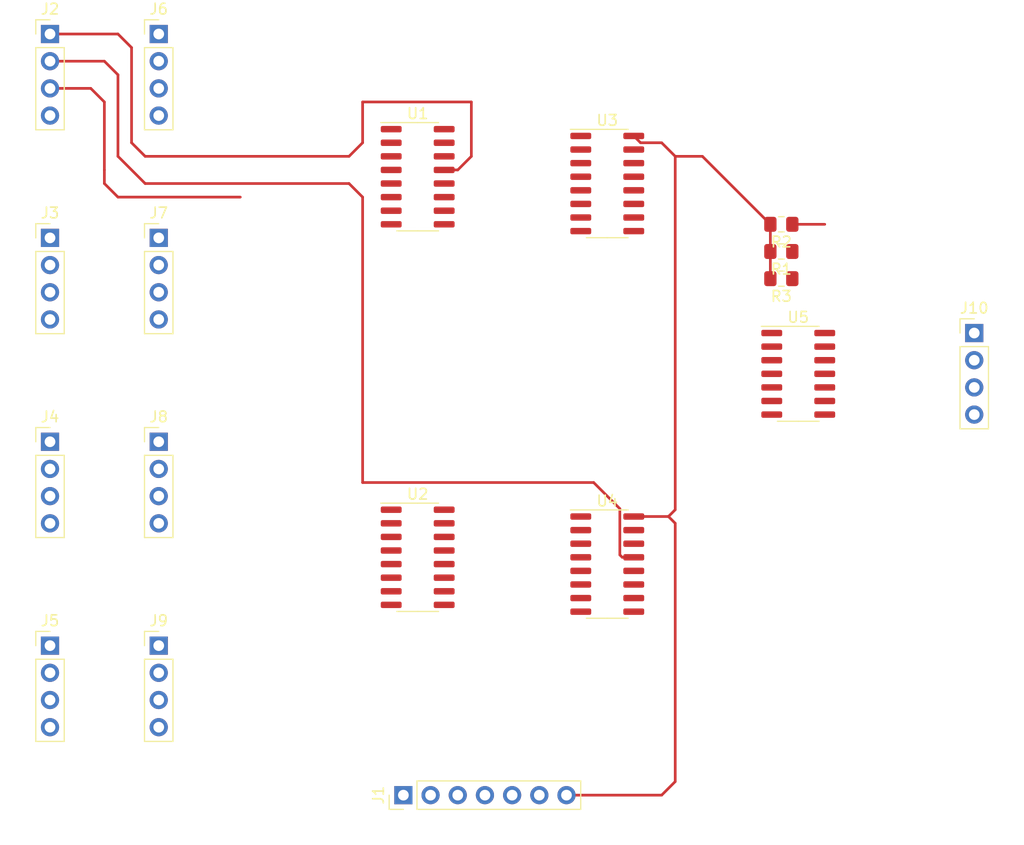
<source format=kicad_pcb>
(kicad_pcb (version 20171130) (host pcbnew "(5.1.4)-1")

  (general
    (thickness 1.6)
    (drawings 0)
    (tracks 44)
    (zones 0)
    (modules 18)
    (nets 51)
  )

  (page A4)
  (layers
    (0 F.Cu signal)
    (31 B.Cu signal)
    (32 B.Adhes user)
    (33 F.Adhes user)
    (34 B.Paste user)
    (35 F.Paste user)
    (36 B.SilkS user)
    (37 F.SilkS user)
    (38 B.Mask user)
    (39 F.Mask user)
    (40 Dwgs.User user)
    (41 Cmts.User user)
    (42 Eco1.User user)
    (43 Eco2.User user)
    (44 Edge.Cuts user)
    (45 Margin user)
    (46 B.CrtYd user)
    (47 F.CrtYd user)
    (48 B.Fab user)
    (49 F.Fab user)
  )

  (setup
    (last_trace_width 0.25)
    (trace_clearance 0.2)
    (zone_clearance 0.508)
    (zone_45_only no)
    (trace_min 0.2)
    (via_size 0.8)
    (via_drill 0.4)
    (via_min_size 0.4)
    (via_min_drill 0.3)
    (uvia_size 0.3)
    (uvia_drill 0.1)
    (uvias_allowed no)
    (uvia_min_size 0.2)
    (uvia_min_drill 0.1)
    (edge_width 0.05)
    (segment_width 0.2)
    (pcb_text_width 0.3)
    (pcb_text_size 1.5 1.5)
    (mod_edge_width 0.12)
    (mod_text_size 1 1)
    (mod_text_width 0.15)
    (pad_size 1.524 1.524)
    (pad_drill 0.762)
    (pad_to_mask_clearance 0.051)
    (solder_mask_min_width 0.25)
    (aux_axis_origin 0 0)
    (visible_elements FFFFFF7F)
    (pcbplotparams
      (layerselection 0x010fc_ffffffff)
      (usegerberextensions false)
      (usegerberattributes false)
      (usegerberadvancedattributes false)
      (creategerberjobfile false)
      (excludeedgelayer true)
      (linewidth 0.100000)
      (plotframeref false)
      (viasonmask false)
      (mode 1)
      (useauxorigin false)
      (hpglpennumber 1)
      (hpglpenspeed 20)
      (hpglpendiameter 15.000000)
      (psnegative false)
      (psa4output false)
      (plotreference true)
      (plotvalue true)
      (plotinvisibletext false)
      (padsonsilk false)
      (subtractmaskfromsilk false)
      (outputformat 1)
      (mirror false)
      (drillshape 1)
      (scaleselection 1)
      (outputdirectory ""))
  )

  (net 0 "")
  (net 1 GND)
  (net 2 /MCLK_EN)
  (net 3 /~SRC_EN)
  (net 4 /S2)
  (net 5 /S1)
  (net 6 /S0)
  (net 7 +3V3)
  (net 8 /LRCLK_0)
  (net 9 /BCLK_0)
  (net 10 /DATA_0)
  (net 11 /MCLK_0)
  (net 12 /MCLK_1)
  (net 13 /DATA_1)
  (net 14 /BCLK_1)
  (net 15 /LRCLK_1)
  (net 16 /LRCLK_2)
  (net 17 /BCLK_2)
  (net 18 /DATA_2)
  (net 19 /MCLK_2)
  (net 20 /MCLK_3)
  (net 21 /DATA_3)
  (net 22 /BCLK_3)
  (net 23 /LRCLK_3)
  (net 24 /LRCLK_4)
  (net 25 /BCLK_4)
  (net 26 /DATA_4)
  (net 27 /MCLK_4)
  (net 28 /MCLK_5)
  (net 29 /DATA_5)
  (net 30 /BCLK_5)
  (net 31 /LRCLK_5)
  (net 32 /LRCLK_6)
  (net 33 /BCLK_6)
  (net 34 /DATA_6)
  (net 35 /MCLK_6)
  (net 36 /MCLK_7)
  (net 37 /DATA_7)
  (net 38 /BCLK_7)
  (net 39 /LRCLK_7)
  (net 40 /LRCLK)
  (net 41 /BCLK)
  (net 42 /DATA)
  (net 43 /MCLK)
  (net 44 "Net-(R1-Pad1)")
  (net 45 "Net-(R2-Pad1)")
  (net 46 "Net-(R3-Pad1)")
  (net 47 "Net-(U1-Pad3)")
  (net 48 "Net-(U2-Pad3)")
  (net 49 "Net-(U3-Pad3)")
  (net 50 "Net-(U4-Pad3)")

  (net_class Default "This is the default net class."
    (clearance 0.2)
    (trace_width 0.25)
    (via_dia 0.8)
    (via_drill 0.4)
    (uvia_dia 0.3)
    (uvia_drill 0.1)
    (add_net +3V3)
    (add_net /BCLK)
    (add_net /BCLK_0)
    (add_net /BCLK_1)
    (add_net /BCLK_2)
    (add_net /BCLK_3)
    (add_net /BCLK_4)
    (add_net /BCLK_5)
    (add_net /BCLK_6)
    (add_net /BCLK_7)
    (add_net /DATA)
    (add_net /DATA_0)
    (add_net /DATA_1)
    (add_net /DATA_2)
    (add_net /DATA_3)
    (add_net /DATA_4)
    (add_net /DATA_5)
    (add_net /DATA_6)
    (add_net /DATA_7)
    (add_net /LRCLK)
    (add_net /LRCLK_0)
    (add_net /LRCLK_1)
    (add_net /LRCLK_2)
    (add_net /LRCLK_3)
    (add_net /LRCLK_4)
    (add_net /LRCLK_5)
    (add_net /LRCLK_6)
    (add_net /LRCLK_7)
    (add_net /MCLK)
    (add_net /MCLK_0)
    (add_net /MCLK_1)
    (add_net /MCLK_2)
    (add_net /MCLK_3)
    (add_net /MCLK_4)
    (add_net /MCLK_5)
    (add_net /MCLK_6)
    (add_net /MCLK_7)
    (add_net /MCLK_EN)
    (add_net /S0)
    (add_net /S1)
    (add_net /S2)
    (add_net /~SRC_EN)
    (add_net GND)
    (add_net "Net-(R1-Pad1)")
    (add_net "Net-(R2-Pad1)")
    (add_net "Net-(R3-Pad1)")
    (add_net "Net-(U1-Pad3)")
    (add_net "Net-(U2-Pad3)")
    (add_net "Net-(U3-Pad3)")
    (add_net "Net-(U4-Pad3)")
  )

  (module Connector_PinHeader_2.54mm:PinHeader_1x04_P2.54mm_Vertical (layer F.Cu) (tedit 59FED5CC) (tstamp 61DF3C26)
    (at 156.21 72.39)
    (descr "Through hole straight pin header, 1x04, 2.54mm pitch, single row")
    (tags "Through hole pin header THT 1x04 2.54mm single row")
    (path /61D89B0E)
    (fp_text reference J10 (at 0 -2.33) (layer F.SilkS)
      (effects (font (size 1 1) (thickness 0.15)))
    )
    (fp_text value Conn_01x04 (at 0 9.95) (layer F.Fab)
      (effects (font (size 1 1) (thickness 0.15)))
    )
    (fp_text user %R (at 0 3.81 90) (layer F.Fab)
      (effects (font (size 1 1) (thickness 0.15)))
    )
    (fp_line (start 1.8 -1.8) (end -1.8 -1.8) (layer F.CrtYd) (width 0.05))
    (fp_line (start 1.8 9.4) (end 1.8 -1.8) (layer F.CrtYd) (width 0.05))
    (fp_line (start -1.8 9.4) (end 1.8 9.4) (layer F.CrtYd) (width 0.05))
    (fp_line (start -1.8 -1.8) (end -1.8 9.4) (layer F.CrtYd) (width 0.05))
    (fp_line (start -1.33 -1.33) (end 0 -1.33) (layer F.SilkS) (width 0.12))
    (fp_line (start -1.33 0) (end -1.33 -1.33) (layer F.SilkS) (width 0.12))
    (fp_line (start -1.33 1.27) (end 1.33 1.27) (layer F.SilkS) (width 0.12))
    (fp_line (start 1.33 1.27) (end 1.33 8.95) (layer F.SilkS) (width 0.12))
    (fp_line (start -1.33 1.27) (end -1.33 8.95) (layer F.SilkS) (width 0.12))
    (fp_line (start -1.33 8.95) (end 1.33 8.95) (layer F.SilkS) (width 0.12))
    (fp_line (start -1.27 -0.635) (end -0.635 -1.27) (layer F.Fab) (width 0.1))
    (fp_line (start -1.27 8.89) (end -1.27 -0.635) (layer F.Fab) (width 0.1))
    (fp_line (start 1.27 8.89) (end -1.27 8.89) (layer F.Fab) (width 0.1))
    (fp_line (start 1.27 -1.27) (end 1.27 8.89) (layer F.Fab) (width 0.1))
    (fp_line (start -0.635 -1.27) (end 1.27 -1.27) (layer F.Fab) (width 0.1))
    (pad 4 thru_hole oval (at 0 7.62) (size 1.7 1.7) (drill 1) (layers *.Cu *.Mask)
      (net 43 /MCLK))
    (pad 3 thru_hole oval (at 0 5.08) (size 1.7 1.7) (drill 1) (layers *.Cu *.Mask)
      (net 42 /DATA))
    (pad 2 thru_hole oval (at 0 2.54) (size 1.7 1.7) (drill 1) (layers *.Cu *.Mask)
      (net 41 /BCLK))
    (pad 1 thru_hole rect (at 0 0) (size 1.7 1.7) (drill 1) (layers *.Cu *.Mask)
      (net 40 /LRCLK))
    (model ${KISYS3DMOD}/Connector_PinHeader_2.54mm.3dshapes/PinHeader_1x04_P2.54mm_Vertical.wrl
      (at (xyz 0 0 0))
      (scale (xyz 1 1 1))
      (rotate (xyz 0 0 0))
    )
  )

  (module Connector_PinHeader_2.54mm:PinHeader_1x04_P2.54mm_Vertical (layer F.Cu) (tedit 59FED5CC) (tstamp 61DF3BD9)
    (at 80.01 101.6)
    (descr "Through hole straight pin header, 1x04, 2.54mm pitch, single row")
    (tags "Through hole pin header THT 1x04 2.54mm single row")
    (path /61E899BD)
    (fp_text reference J9 (at 0 -2.33) (layer F.SilkS)
      (effects (font (size 1 1) (thickness 0.15)))
    )
    (fp_text value Conn_01x04 (at 0 9.95) (layer F.Fab)
      (effects (font (size 1 1) (thickness 0.15)))
    )
    (fp_text user %R (at 0 3.81 90) (layer F.Fab)
      (effects (font (size 1 1) (thickness 0.15)))
    )
    (fp_line (start 1.8 -1.8) (end -1.8 -1.8) (layer F.CrtYd) (width 0.05))
    (fp_line (start 1.8 9.4) (end 1.8 -1.8) (layer F.CrtYd) (width 0.05))
    (fp_line (start -1.8 9.4) (end 1.8 9.4) (layer F.CrtYd) (width 0.05))
    (fp_line (start -1.8 -1.8) (end -1.8 9.4) (layer F.CrtYd) (width 0.05))
    (fp_line (start -1.33 -1.33) (end 0 -1.33) (layer F.SilkS) (width 0.12))
    (fp_line (start -1.33 0) (end -1.33 -1.33) (layer F.SilkS) (width 0.12))
    (fp_line (start -1.33 1.27) (end 1.33 1.27) (layer F.SilkS) (width 0.12))
    (fp_line (start 1.33 1.27) (end 1.33 8.95) (layer F.SilkS) (width 0.12))
    (fp_line (start -1.33 1.27) (end -1.33 8.95) (layer F.SilkS) (width 0.12))
    (fp_line (start -1.33 8.95) (end 1.33 8.95) (layer F.SilkS) (width 0.12))
    (fp_line (start -1.27 -0.635) (end -0.635 -1.27) (layer F.Fab) (width 0.1))
    (fp_line (start -1.27 8.89) (end -1.27 -0.635) (layer F.Fab) (width 0.1))
    (fp_line (start 1.27 8.89) (end -1.27 8.89) (layer F.Fab) (width 0.1))
    (fp_line (start 1.27 -1.27) (end 1.27 8.89) (layer F.Fab) (width 0.1))
    (fp_line (start -0.635 -1.27) (end 1.27 -1.27) (layer F.Fab) (width 0.1))
    (pad 4 thru_hole oval (at 0 7.62) (size 1.7 1.7) (drill 1) (layers *.Cu *.Mask)
      (net 39 /LRCLK_7))
    (pad 3 thru_hole oval (at 0 5.08) (size 1.7 1.7) (drill 1) (layers *.Cu *.Mask)
      (net 38 /BCLK_7))
    (pad 2 thru_hole oval (at 0 2.54) (size 1.7 1.7) (drill 1) (layers *.Cu *.Mask)
      (net 37 /DATA_7))
    (pad 1 thru_hole rect (at 0 0) (size 1.7 1.7) (drill 1) (layers *.Cu *.Mask)
      (net 36 /MCLK_7))
    (model ${KISYS3DMOD}/Connector_PinHeader_2.54mm.3dshapes/PinHeader_1x04_P2.54mm_Vertical.wrl
      (at (xyz 0 0 0))
      (scale (xyz 1 1 1))
      (rotate (xyz 0 0 0))
    )
  )

  (module Connector_PinHeader_2.54mm:PinHeader_1x04_P2.54mm_Vertical (layer F.Cu) (tedit 59FED5CC) (tstamp 61DF54FD)
    (at 80.01 82.55)
    (descr "Through hole straight pin header, 1x04, 2.54mm pitch, single row")
    (tags "Through hole pin header THT 1x04 2.54mm single row")
    (path /61E899AB)
    (fp_text reference J8 (at 0 -2.33) (layer F.SilkS)
      (effects (font (size 1 1) (thickness 0.15)))
    )
    (fp_text value Conn_01x04 (at 0 9.95) (layer F.Fab)
      (effects (font (size 1 1) (thickness 0.15)))
    )
    (fp_text user %R (at 0 3.81 90) (layer F.Fab)
      (effects (font (size 1 1) (thickness 0.15)))
    )
    (fp_line (start 1.8 -1.8) (end -1.8 -1.8) (layer F.CrtYd) (width 0.05))
    (fp_line (start 1.8 9.4) (end 1.8 -1.8) (layer F.CrtYd) (width 0.05))
    (fp_line (start -1.8 9.4) (end 1.8 9.4) (layer F.CrtYd) (width 0.05))
    (fp_line (start -1.8 -1.8) (end -1.8 9.4) (layer F.CrtYd) (width 0.05))
    (fp_line (start -1.33 -1.33) (end 0 -1.33) (layer F.SilkS) (width 0.12))
    (fp_line (start -1.33 0) (end -1.33 -1.33) (layer F.SilkS) (width 0.12))
    (fp_line (start -1.33 1.27) (end 1.33 1.27) (layer F.SilkS) (width 0.12))
    (fp_line (start 1.33 1.27) (end 1.33 8.95) (layer F.SilkS) (width 0.12))
    (fp_line (start -1.33 1.27) (end -1.33 8.95) (layer F.SilkS) (width 0.12))
    (fp_line (start -1.33 8.95) (end 1.33 8.95) (layer F.SilkS) (width 0.12))
    (fp_line (start -1.27 -0.635) (end -0.635 -1.27) (layer F.Fab) (width 0.1))
    (fp_line (start -1.27 8.89) (end -1.27 -0.635) (layer F.Fab) (width 0.1))
    (fp_line (start 1.27 8.89) (end -1.27 8.89) (layer F.Fab) (width 0.1))
    (fp_line (start 1.27 -1.27) (end 1.27 8.89) (layer F.Fab) (width 0.1))
    (fp_line (start -0.635 -1.27) (end 1.27 -1.27) (layer F.Fab) (width 0.1))
    (pad 4 thru_hole oval (at 0 7.62) (size 1.7 1.7) (drill 1) (layers *.Cu *.Mask)
      (net 32 /LRCLK_6))
    (pad 3 thru_hole oval (at 0 5.08) (size 1.7 1.7) (drill 1) (layers *.Cu *.Mask)
      (net 33 /BCLK_6))
    (pad 2 thru_hole oval (at 0 2.54) (size 1.7 1.7) (drill 1) (layers *.Cu *.Mask)
      (net 34 /DATA_6))
    (pad 1 thru_hole rect (at 0 0) (size 1.7 1.7) (drill 1) (layers *.Cu *.Mask)
      (net 35 /MCLK_6))
    (model ${KISYS3DMOD}/Connector_PinHeader_2.54mm.3dshapes/PinHeader_1x04_P2.54mm_Vertical.wrl
      (at (xyz 0 0 0))
      (scale (xyz 1 1 1))
      (rotate (xyz 0 0 0))
    )
  )

  (module Connector_PinHeader_2.54mm:PinHeader_1x04_P2.54mm_Vertical (layer F.Cu) (tedit 59FED5CC) (tstamp 61DF3B3F)
    (at 80.01 63.5)
    (descr "Through hole straight pin header, 1x04, 2.54mm pitch, single row")
    (tags "Through hole pin header THT 1x04 2.54mm single row")
    (path /61E89999)
    (fp_text reference J7 (at 0 -2.33) (layer F.SilkS)
      (effects (font (size 1 1) (thickness 0.15)))
    )
    (fp_text value Conn_01x04 (at 0 9.95) (layer F.Fab)
      (effects (font (size 1 1) (thickness 0.15)))
    )
    (fp_text user %R (at 0 3.81 90) (layer F.Fab)
      (effects (font (size 1 1) (thickness 0.15)))
    )
    (fp_line (start 1.8 -1.8) (end -1.8 -1.8) (layer F.CrtYd) (width 0.05))
    (fp_line (start 1.8 9.4) (end 1.8 -1.8) (layer F.CrtYd) (width 0.05))
    (fp_line (start -1.8 9.4) (end 1.8 9.4) (layer F.CrtYd) (width 0.05))
    (fp_line (start -1.8 -1.8) (end -1.8 9.4) (layer F.CrtYd) (width 0.05))
    (fp_line (start -1.33 -1.33) (end 0 -1.33) (layer F.SilkS) (width 0.12))
    (fp_line (start -1.33 0) (end -1.33 -1.33) (layer F.SilkS) (width 0.12))
    (fp_line (start -1.33 1.27) (end 1.33 1.27) (layer F.SilkS) (width 0.12))
    (fp_line (start 1.33 1.27) (end 1.33 8.95) (layer F.SilkS) (width 0.12))
    (fp_line (start -1.33 1.27) (end -1.33 8.95) (layer F.SilkS) (width 0.12))
    (fp_line (start -1.33 8.95) (end 1.33 8.95) (layer F.SilkS) (width 0.12))
    (fp_line (start -1.27 -0.635) (end -0.635 -1.27) (layer F.Fab) (width 0.1))
    (fp_line (start -1.27 8.89) (end -1.27 -0.635) (layer F.Fab) (width 0.1))
    (fp_line (start 1.27 8.89) (end -1.27 8.89) (layer F.Fab) (width 0.1))
    (fp_line (start 1.27 -1.27) (end 1.27 8.89) (layer F.Fab) (width 0.1))
    (fp_line (start -0.635 -1.27) (end 1.27 -1.27) (layer F.Fab) (width 0.1))
    (pad 4 thru_hole oval (at 0 7.62) (size 1.7 1.7) (drill 1) (layers *.Cu *.Mask)
      (net 31 /LRCLK_5))
    (pad 3 thru_hole oval (at 0 5.08) (size 1.7 1.7) (drill 1) (layers *.Cu *.Mask)
      (net 30 /BCLK_5))
    (pad 2 thru_hole oval (at 0 2.54) (size 1.7 1.7) (drill 1) (layers *.Cu *.Mask)
      (net 29 /DATA_5))
    (pad 1 thru_hole rect (at 0 0) (size 1.7 1.7) (drill 1) (layers *.Cu *.Mask)
      (net 28 /MCLK_5))
    (model ${KISYS3DMOD}/Connector_PinHeader_2.54mm.3dshapes/PinHeader_1x04_P2.54mm_Vertical.wrl
      (at (xyz 0 0 0))
      (scale (xyz 1 1 1))
      (rotate (xyz 0 0 0))
    )
  )

  (module Connector_PinHeader_2.54mm:PinHeader_1x04_P2.54mm_Vertical (layer F.Cu) (tedit 59FED5CC) (tstamp 61DF3AF2)
    (at 80.01 44.45)
    (descr "Through hole straight pin header, 1x04, 2.54mm pitch, single row")
    (tags "Through hole pin header THT 1x04 2.54mm single row")
    (path /61E89987)
    (fp_text reference J6 (at 0 -2.33) (layer F.SilkS)
      (effects (font (size 1 1) (thickness 0.15)))
    )
    (fp_text value Conn_01x04 (at 0 9.95) (layer F.Fab)
      (effects (font (size 1 1) (thickness 0.15)))
    )
    (fp_text user %R (at 0 3.81 90) (layer F.Fab)
      (effects (font (size 1 1) (thickness 0.15)))
    )
    (fp_line (start 1.8 -1.8) (end -1.8 -1.8) (layer F.CrtYd) (width 0.05))
    (fp_line (start 1.8 9.4) (end 1.8 -1.8) (layer F.CrtYd) (width 0.05))
    (fp_line (start -1.8 9.4) (end 1.8 9.4) (layer F.CrtYd) (width 0.05))
    (fp_line (start -1.8 -1.8) (end -1.8 9.4) (layer F.CrtYd) (width 0.05))
    (fp_line (start -1.33 -1.33) (end 0 -1.33) (layer F.SilkS) (width 0.12))
    (fp_line (start -1.33 0) (end -1.33 -1.33) (layer F.SilkS) (width 0.12))
    (fp_line (start -1.33 1.27) (end 1.33 1.27) (layer F.SilkS) (width 0.12))
    (fp_line (start 1.33 1.27) (end 1.33 8.95) (layer F.SilkS) (width 0.12))
    (fp_line (start -1.33 1.27) (end -1.33 8.95) (layer F.SilkS) (width 0.12))
    (fp_line (start -1.33 8.95) (end 1.33 8.95) (layer F.SilkS) (width 0.12))
    (fp_line (start -1.27 -0.635) (end -0.635 -1.27) (layer F.Fab) (width 0.1))
    (fp_line (start -1.27 8.89) (end -1.27 -0.635) (layer F.Fab) (width 0.1))
    (fp_line (start 1.27 8.89) (end -1.27 8.89) (layer F.Fab) (width 0.1))
    (fp_line (start 1.27 -1.27) (end 1.27 8.89) (layer F.Fab) (width 0.1))
    (fp_line (start -0.635 -1.27) (end 1.27 -1.27) (layer F.Fab) (width 0.1))
    (pad 4 thru_hole oval (at 0 7.62) (size 1.7 1.7) (drill 1) (layers *.Cu *.Mask)
      (net 24 /LRCLK_4))
    (pad 3 thru_hole oval (at 0 5.08) (size 1.7 1.7) (drill 1) (layers *.Cu *.Mask)
      (net 25 /BCLK_4))
    (pad 2 thru_hole oval (at 0 2.54) (size 1.7 1.7) (drill 1) (layers *.Cu *.Mask)
      (net 26 /DATA_4))
    (pad 1 thru_hole rect (at 0 0) (size 1.7 1.7) (drill 1) (layers *.Cu *.Mask)
      (net 27 /MCLK_4))
    (model ${KISYS3DMOD}/Connector_PinHeader_2.54mm.3dshapes/PinHeader_1x04_P2.54mm_Vertical.wrl
      (at (xyz 0 0 0))
      (scale (xyz 1 1 1))
      (rotate (xyz 0 0 0))
    )
  )

  (module Connector_PinHeader_2.54mm:PinHeader_1x04_P2.54mm_Vertical (layer F.Cu) (tedit 59FED5CC) (tstamp 61DF3AA5)
    (at 69.85 101.6)
    (descr "Through hole straight pin header, 1x04, 2.54mm pitch, single row")
    (tags "Through hole pin header THT 1x04 2.54mm single row")
    (path /61D2BB7E)
    (fp_text reference J5 (at 0 -2.33) (layer F.SilkS)
      (effects (font (size 1 1) (thickness 0.15)))
    )
    (fp_text value Conn_01x04 (at 0 9.95) (layer F.Fab)
      (effects (font (size 1 1) (thickness 0.15)))
    )
    (fp_text user %R (at 0 3.81 90) (layer F.Fab)
      (effects (font (size 1 1) (thickness 0.15)))
    )
    (fp_line (start 1.8 -1.8) (end -1.8 -1.8) (layer F.CrtYd) (width 0.05))
    (fp_line (start 1.8 9.4) (end 1.8 -1.8) (layer F.CrtYd) (width 0.05))
    (fp_line (start -1.8 9.4) (end 1.8 9.4) (layer F.CrtYd) (width 0.05))
    (fp_line (start -1.8 -1.8) (end -1.8 9.4) (layer F.CrtYd) (width 0.05))
    (fp_line (start -1.33 -1.33) (end 0 -1.33) (layer F.SilkS) (width 0.12))
    (fp_line (start -1.33 0) (end -1.33 -1.33) (layer F.SilkS) (width 0.12))
    (fp_line (start -1.33 1.27) (end 1.33 1.27) (layer F.SilkS) (width 0.12))
    (fp_line (start 1.33 1.27) (end 1.33 8.95) (layer F.SilkS) (width 0.12))
    (fp_line (start -1.33 1.27) (end -1.33 8.95) (layer F.SilkS) (width 0.12))
    (fp_line (start -1.33 8.95) (end 1.33 8.95) (layer F.SilkS) (width 0.12))
    (fp_line (start -1.27 -0.635) (end -0.635 -1.27) (layer F.Fab) (width 0.1))
    (fp_line (start -1.27 8.89) (end -1.27 -0.635) (layer F.Fab) (width 0.1))
    (fp_line (start 1.27 8.89) (end -1.27 8.89) (layer F.Fab) (width 0.1))
    (fp_line (start 1.27 -1.27) (end 1.27 8.89) (layer F.Fab) (width 0.1))
    (fp_line (start -0.635 -1.27) (end 1.27 -1.27) (layer F.Fab) (width 0.1))
    (pad 4 thru_hole oval (at 0 7.62) (size 1.7 1.7) (drill 1) (layers *.Cu *.Mask)
      (net 23 /LRCLK_3))
    (pad 3 thru_hole oval (at 0 5.08) (size 1.7 1.7) (drill 1) (layers *.Cu *.Mask)
      (net 22 /BCLK_3))
    (pad 2 thru_hole oval (at 0 2.54) (size 1.7 1.7) (drill 1) (layers *.Cu *.Mask)
      (net 21 /DATA_3))
    (pad 1 thru_hole rect (at 0 0) (size 1.7 1.7) (drill 1) (layers *.Cu *.Mask)
      (net 20 /MCLK_3))
    (model ${KISYS3DMOD}/Connector_PinHeader_2.54mm.3dshapes/PinHeader_1x04_P2.54mm_Vertical.wrl
      (at (xyz 0 0 0))
      (scale (xyz 1 1 1))
      (rotate (xyz 0 0 0))
    )
  )

  (module Connector_PinHeader_2.54mm:PinHeader_1x04_P2.54mm_Vertical (layer F.Cu) (tedit 59FED5CC) (tstamp 61DF3A58)
    (at 69.85 82.55)
    (descr "Through hole straight pin header, 1x04, 2.54mm pitch, single row")
    (tags "Through hole pin header THT 1x04 2.54mm single row")
    (path /61D2ACD6)
    (fp_text reference J4 (at 0 -2.33) (layer F.SilkS)
      (effects (font (size 1 1) (thickness 0.15)))
    )
    (fp_text value Conn_01x04 (at 0 9.95) (layer F.Fab)
      (effects (font (size 1 1) (thickness 0.15)))
    )
    (fp_text user %R (at 0 3.81 90) (layer F.Fab)
      (effects (font (size 1 1) (thickness 0.15)))
    )
    (fp_line (start 1.8 -1.8) (end -1.8 -1.8) (layer F.CrtYd) (width 0.05))
    (fp_line (start 1.8 9.4) (end 1.8 -1.8) (layer F.CrtYd) (width 0.05))
    (fp_line (start -1.8 9.4) (end 1.8 9.4) (layer F.CrtYd) (width 0.05))
    (fp_line (start -1.8 -1.8) (end -1.8 9.4) (layer F.CrtYd) (width 0.05))
    (fp_line (start -1.33 -1.33) (end 0 -1.33) (layer F.SilkS) (width 0.12))
    (fp_line (start -1.33 0) (end -1.33 -1.33) (layer F.SilkS) (width 0.12))
    (fp_line (start -1.33 1.27) (end 1.33 1.27) (layer F.SilkS) (width 0.12))
    (fp_line (start 1.33 1.27) (end 1.33 8.95) (layer F.SilkS) (width 0.12))
    (fp_line (start -1.33 1.27) (end -1.33 8.95) (layer F.SilkS) (width 0.12))
    (fp_line (start -1.33 8.95) (end 1.33 8.95) (layer F.SilkS) (width 0.12))
    (fp_line (start -1.27 -0.635) (end -0.635 -1.27) (layer F.Fab) (width 0.1))
    (fp_line (start -1.27 8.89) (end -1.27 -0.635) (layer F.Fab) (width 0.1))
    (fp_line (start 1.27 8.89) (end -1.27 8.89) (layer F.Fab) (width 0.1))
    (fp_line (start 1.27 -1.27) (end 1.27 8.89) (layer F.Fab) (width 0.1))
    (fp_line (start -0.635 -1.27) (end 1.27 -1.27) (layer F.Fab) (width 0.1))
    (pad 4 thru_hole oval (at 0 7.62) (size 1.7 1.7) (drill 1) (layers *.Cu *.Mask)
      (net 16 /LRCLK_2))
    (pad 3 thru_hole oval (at 0 5.08) (size 1.7 1.7) (drill 1) (layers *.Cu *.Mask)
      (net 17 /BCLK_2))
    (pad 2 thru_hole oval (at 0 2.54) (size 1.7 1.7) (drill 1) (layers *.Cu *.Mask)
      (net 18 /DATA_2))
    (pad 1 thru_hole rect (at 0 0) (size 1.7 1.7) (drill 1) (layers *.Cu *.Mask)
      (net 19 /MCLK_2))
    (model ${KISYS3DMOD}/Connector_PinHeader_2.54mm.3dshapes/PinHeader_1x04_P2.54mm_Vertical.wrl
      (at (xyz 0 0 0))
      (scale (xyz 1 1 1))
      (rotate (xyz 0 0 0))
    )
  )

  (module Connector_PinHeader_2.54mm:PinHeader_1x04_P2.54mm_Vertical (layer F.Cu) (tedit 59FED5CC) (tstamp 61DF3A0B)
    (at 69.85 63.5)
    (descr "Through hole straight pin header, 1x04, 2.54mm pitch, single row")
    (tags "Through hole pin header THT 1x04 2.54mm single row")
    (path /61D28DA5)
    (fp_text reference J3 (at 0 -2.33) (layer F.SilkS)
      (effects (font (size 1 1) (thickness 0.15)))
    )
    (fp_text value Conn_01x04 (at 0 9.95) (layer F.Fab)
      (effects (font (size 1 1) (thickness 0.15)))
    )
    (fp_text user %R (at 0 3.81 90) (layer F.Fab)
      (effects (font (size 1 1) (thickness 0.15)))
    )
    (fp_line (start 1.8 -1.8) (end -1.8 -1.8) (layer F.CrtYd) (width 0.05))
    (fp_line (start 1.8 9.4) (end 1.8 -1.8) (layer F.CrtYd) (width 0.05))
    (fp_line (start -1.8 9.4) (end 1.8 9.4) (layer F.CrtYd) (width 0.05))
    (fp_line (start -1.8 -1.8) (end -1.8 9.4) (layer F.CrtYd) (width 0.05))
    (fp_line (start -1.33 -1.33) (end 0 -1.33) (layer F.SilkS) (width 0.12))
    (fp_line (start -1.33 0) (end -1.33 -1.33) (layer F.SilkS) (width 0.12))
    (fp_line (start -1.33 1.27) (end 1.33 1.27) (layer F.SilkS) (width 0.12))
    (fp_line (start 1.33 1.27) (end 1.33 8.95) (layer F.SilkS) (width 0.12))
    (fp_line (start -1.33 1.27) (end -1.33 8.95) (layer F.SilkS) (width 0.12))
    (fp_line (start -1.33 8.95) (end 1.33 8.95) (layer F.SilkS) (width 0.12))
    (fp_line (start -1.27 -0.635) (end -0.635 -1.27) (layer F.Fab) (width 0.1))
    (fp_line (start -1.27 8.89) (end -1.27 -0.635) (layer F.Fab) (width 0.1))
    (fp_line (start 1.27 8.89) (end -1.27 8.89) (layer F.Fab) (width 0.1))
    (fp_line (start 1.27 -1.27) (end 1.27 8.89) (layer F.Fab) (width 0.1))
    (fp_line (start -0.635 -1.27) (end 1.27 -1.27) (layer F.Fab) (width 0.1))
    (pad 4 thru_hole oval (at 0 7.62) (size 1.7 1.7) (drill 1) (layers *.Cu *.Mask)
      (net 15 /LRCLK_1))
    (pad 3 thru_hole oval (at 0 5.08) (size 1.7 1.7) (drill 1) (layers *.Cu *.Mask)
      (net 14 /BCLK_1))
    (pad 2 thru_hole oval (at 0 2.54) (size 1.7 1.7) (drill 1) (layers *.Cu *.Mask)
      (net 13 /DATA_1))
    (pad 1 thru_hole rect (at 0 0) (size 1.7 1.7) (drill 1) (layers *.Cu *.Mask)
      (net 12 /MCLK_1))
    (model ${KISYS3DMOD}/Connector_PinHeader_2.54mm.3dshapes/PinHeader_1x04_P2.54mm_Vertical.wrl
      (at (xyz 0 0 0))
      (scale (xyz 1 1 1))
      (rotate (xyz 0 0 0))
    )
  )

  (module Connector_PinHeader_2.54mm:PinHeader_1x04_P2.54mm_Vertical (layer F.Cu) (tedit 59FED5CC) (tstamp 61DF39BE)
    (at 69.85 44.45)
    (descr "Through hole straight pin header, 1x04, 2.54mm pitch, single row")
    (tags "Through hole pin header THT 1x04 2.54mm single row")
    (path /61D23922)
    (fp_text reference J2 (at 0 -2.33) (layer F.SilkS)
      (effects (font (size 1 1) (thickness 0.15)))
    )
    (fp_text value Conn_01x04 (at 0 9.95) (layer F.Fab)
      (effects (font (size 1 1) (thickness 0.15)))
    )
    (fp_text user %R (at 0 3.81 90) (layer F.Fab)
      (effects (font (size 1 1) (thickness 0.15)))
    )
    (fp_line (start 1.8 -1.8) (end -1.8 -1.8) (layer F.CrtYd) (width 0.05))
    (fp_line (start 1.8 9.4) (end 1.8 -1.8) (layer F.CrtYd) (width 0.05))
    (fp_line (start -1.8 9.4) (end 1.8 9.4) (layer F.CrtYd) (width 0.05))
    (fp_line (start -1.8 -1.8) (end -1.8 9.4) (layer F.CrtYd) (width 0.05))
    (fp_line (start -1.33 -1.33) (end 0 -1.33) (layer F.SilkS) (width 0.12))
    (fp_line (start -1.33 0) (end -1.33 -1.33) (layer F.SilkS) (width 0.12))
    (fp_line (start -1.33 1.27) (end 1.33 1.27) (layer F.SilkS) (width 0.12))
    (fp_line (start 1.33 1.27) (end 1.33 8.95) (layer F.SilkS) (width 0.12))
    (fp_line (start -1.33 1.27) (end -1.33 8.95) (layer F.SilkS) (width 0.12))
    (fp_line (start -1.33 8.95) (end 1.33 8.95) (layer F.SilkS) (width 0.12))
    (fp_line (start -1.27 -0.635) (end -0.635 -1.27) (layer F.Fab) (width 0.1))
    (fp_line (start -1.27 8.89) (end -1.27 -0.635) (layer F.Fab) (width 0.1))
    (fp_line (start 1.27 8.89) (end -1.27 8.89) (layer F.Fab) (width 0.1))
    (fp_line (start 1.27 -1.27) (end 1.27 8.89) (layer F.Fab) (width 0.1))
    (fp_line (start -0.635 -1.27) (end 1.27 -1.27) (layer F.Fab) (width 0.1))
    (pad 4 thru_hole oval (at 0 7.62) (size 1.7 1.7) (drill 1) (layers *.Cu *.Mask)
      (net 8 /LRCLK_0))
    (pad 3 thru_hole oval (at 0 5.08) (size 1.7 1.7) (drill 1) (layers *.Cu *.Mask)
      (net 9 /BCLK_0))
    (pad 2 thru_hole oval (at 0 2.54) (size 1.7 1.7) (drill 1) (layers *.Cu *.Mask)
      (net 10 /DATA_0))
    (pad 1 thru_hole rect (at 0 0) (size 1.7 1.7) (drill 1) (layers *.Cu *.Mask)
      (net 11 /MCLK_0))
    (model ${KISYS3DMOD}/Connector_PinHeader_2.54mm.3dshapes/PinHeader_1x04_P2.54mm_Vertical.wrl
      (at (xyz 0 0 0))
      (scale (xyz 1 1 1))
      (rotate (xyz 0 0 0))
    )
  )

  (module Connector_PinHeader_2.54mm:PinHeader_1x07_P2.54mm_Vertical (layer F.Cu) (tedit 59FED5CC) (tstamp 61DF3971)
    (at 102.87 115.57 90)
    (descr "Through hole straight pin header, 1x07, 2.54mm pitch, single row")
    (tags "Through hole pin header THT 1x07 2.54mm single row")
    (path /61E1DF42)
    (fp_text reference J1 (at 0 -2.33 90) (layer F.SilkS)
      (effects (font (size 1 1) (thickness 0.15)))
    )
    (fp_text value Conn_01x07 (at 0 17.57 90) (layer F.Fab)
      (effects (font (size 1 1) (thickness 0.15)))
    )
    (fp_text user %R (at 0 7.62) (layer F.Fab)
      (effects (font (size 1 1) (thickness 0.15)))
    )
    (fp_line (start 1.8 -1.8) (end -1.8 -1.8) (layer F.CrtYd) (width 0.05))
    (fp_line (start 1.8 17.05) (end 1.8 -1.8) (layer F.CrtYd) (width 0.05))
    (fp_line (start -1.8 17.05) (end 1.8 17.05) (layer F.CrtYd) (width 0.05))
    (fp_line (start -1.8 -1.8) (end -1.8 17.05) (layer F.CrtYd) (width 0.05))
    (fp_line (start -1.33 -1.33) (end 0 -1.33) (layer F.SilkS) (width 0.12))
    (fp_line (start -1.33 0) (end -1.33 -1.33) (layer F.SilkS) (width 0.12))
    (fp_line (start -1.33 1.27) (end 1.33 1.27) (layer F.SilkS) (width 0.12))
    (fp_line (start 1.33 1.27) (end 1.33 16.57) (layer F.SilkS) (width 0.12))
    (fp_line (start -1.33 1.27) (end -1.33 16.57) (layer F.SilkS) (width 0.12))
    (fp_line (start -1.33 16.57) (end 1.33 16.57) (layer F.SilkS) (width 0.12))
    (fp_line (start -1.27 -0.635) (end -0.635 -1.27) (layer F.Fab) (width 0.1))
    (fp_line (start -1.27 16.51) (end -1.27 -0.635) (layer F.Fab) (width 0.1))
    (fp_line (start 1.27 16.51) (end -1.27 16.51) (layer F.Fab) (width 0.1))
    (fp_line (start 1.27 -1.27) (end 1.27 16.51) (layer F.Fab) (width 0.1))
    (fp_line (start -0.635 -1.27) (end 1.27 -1.27) (layer F.Fab) (width 0.1))
    (pad 7 thru_hole oval (at 0 15.24 90) (size 1.7 1.7) (drill 1) (layers *.Cu *.Mask)
      (net 7 +3V3))
    (pad 6 thru_hole oval (at 0 12.7 90) (size 1.7 1.7) (drill 1) (layers *.Cu *.Mask)
      (net 6 /S0))
    (pad 5 thru_hole oval (at 0 10.16 90) (size 1.7 1.7) (drill 1) (layers *.Cu *.Mask)
      (net 5 /S1))
    (pad 4 thru_hole oval (at 0 7.62 90) (size 1.7 1.7) (drill 1) (layers *.Cu *.Mask)
      (net 4 /S2))
    (pad 3 thru_hole oval (at 0 5.08 90) (size 1.7 1.7) (drill 1) (layers *.Cu *.Mask)
      (net 3 /~SRC_EN))
    (pad 2 thru_hole oval (at 0 2.54 90) (size 1.7 1.7) (drill 1) (layers *.Cu *.Mask)
      (net 2 /MCLK_EN))
    (pad 1 thru_hole rect (at 0 0 90) (size 1.7 1.7) (drill 1) (layers *.Cu *.Mask)
      (net 1 GND))
    (model ${KISYS3DMOD}/Connector_PinHeader_2.54mm.3dshapes/PinHeader_1x07_P2.54mm_Vertical.wrl
      (at (xyz 0 0 0))
      (scale (xyz 1 1 1))
      (rotate (xyz 0 0 0))
    )
  )

  (module Resistor_SMD:R_0805_2012Metric_Pad1.15x1.40mm_HandSolder (layer F.Cu) (tedit 5B36C52B) (tstamp 61DF3C37)
    (at 138.185 64.77 180)
    (descr "Resistor SMD 0805 (2012 Metric), square (rectangular) end terminal, IPC_7351 nominal with elongated pad for handsoldering. (Body size source: https://docs.google.com/spreadsheets/d/1BsfQQcO9C6DZCsRaXUlFlo91Tg2WpOkGARC1WS5S8t0/edit?usp=sharing), generated with kicad-footprint-generator")
    (tags "resistor handsolder")
    (path /61D7F458)
    (attr smd)
    (fp_text reference R1 (at 0 -1.65) (layer F.SilkS)
      (effects (font (size 1 1) (thickness 0.15)))
    )
    (fp_text value 10K (at 0 1.65) (layer F.Fab)
      (effects (font (size 1 1) (thickness 0.15)))
    )
    (fp_line (start -1 0.6) (end -1 -0.6) (layer F.Fab) (width 0.1))
    (fp_line (start -1 -0.6) (end 1 -0.6) (layer F.Fab) (width 0.1))
    (fp_line (start 1 -0.6) (end 1 0.6) (layer F.Fab) (width 0.1))
    (fp_line (start 1 0.6) (end -1 0.6) (layer F.Fab) (width 0.1))
    (fp_line (start -0.261252 -0.71) (end 0.261252 -0.71) (layer F.SilkS) (width 0.12))
    (fp_line (start -0.261252 0.71) (end 0.261252 0.71) (layer F.SilkS) (width 0.12))
    (fp_line (start -1.85 0.95) (end -1.85 -0.95) (layer F.CrtYd) (width 0.05))
    (fp_line (start -1.85 -0.95) (end 1.85 -0.95) (layer F.CrtYd) (width 0.05))
    (fp_line (start 1.85 -0.95) (end 1.85 0.95) (layer F.CrtYd) (width 0.05))
    (fp_line (start 1.85 0.95) (end -1.85 0.95) (layer F.CrtYd) (width 0.05))
    (fp_text user %R (at 0 0) (layer F.Fab)
      (effects (font (size 0.5 0.5) (thickness 0.08)))
    )
    (pad 1 smd roundrect (at -1.025 0 180) (size 1.15 1.4) (layers F.Cu F.Paste F.Mask) (roundrect_rratio 0.217391)
      (net 44 "Net-(R1-Pad1)"))
    (pad 2 smd roundrect (at 1.025 0 180) (size 1.15 1.4) (layers F.Cu F.Paste F.Mask) (roundrect_rratio 0.217391)
      (net 7 +3V3))
    (model ${KISYS3DMOD}/Resistor_SMD.3dshapes/R_0805_2012Metric.wrl
      (at (xyz 0 0 0))
      (scale (xyz 1 1 1))
      (rotate (xyz 0 0 0))
    )
  )

  (module Resistor_SMD:R_0805_2012Metric_Pad1.15x1.40mm_HandSolder (layer F.Cu) (tedit 5B36C52B) (tstamp 61DF3C48)
    (at 138.185 62.23 180)
    (descr "Resistor SMD 0805 (2012 Metric), square (rectangular) end terminal, IPC_7351 nominal with elongated pad for handsoldering. (Body size source: https://docs.google.com/spreadsheets/d/1BsfQQcO9C6DZCsRaXUlFlo91Tg2WpOkGARC1WS5S8t0/edit?usp=sharing), generated with kicad-footprint-generator")
    (tags "resistor handsolder")
    (path /61D85DFC)
    (attr smd)
    (fp_text reference R2 (at 0 -1.65) (layer F.SilkS)
      (effects (font (size 1 1) (thickness 0.15)))
    )
    (fp_text value 10K (at 0 1.65) (layer F.Fab)
      (effects (font (size 1 1) (thickness 0.15)))
    )
    (fp_text user %R (at 0 0) (layer F.Fab)
      (effects (font (size 0.5 0.5) (thickness 0.08)))
    )
    (fp_line (start 1.85 0.95) (end -1.85 0.95) (layer F.CrtYd) (width 0.05))
    (fp_line (start 1.85 -0.95) (end 1.85 0.95) (layer F.CrtYd) (width 0.05))
    (fp_line (start -1.85 -0.95) (end 1.85 -0.95) (layer F.CrtYd) (width 0.05))
    (fp_line (start -1.85 0.95) (end -1.85 -0.95) (layer F.CrtYd) (width 0.05))
    (fp_line (start -0.261252 0.71) (end 0.261252 0.71) (layer F.SilkS) (width 0.12))
    (fp_line (start -0.261252 -0.71) (end 0.261252 -0.71) (layer F.SilkS) (width 0.12))
    (fp_line (start 1 0.6) (end -1 0.6) (layer F.Fab) (width 0.1))
    (fp_line (start 1 -0.6) (end 1 0.6) (layer F.Fab) (width 0.1))
    (fp_line (start -1 -0.6) (end 1 -0.6) (layer F.Fab) (width 0.1))
    (fp_line (start -1 0.6) (end -1 -0.6) (layer F.Fab) (width 0.1))
    (pad 2 smd roundrect (at 1.025 0 180) (size 1.15 1.4) (layers F.Cu F.Paste F.Mask) (roundrect_rratio 0.217391)
      (net 7 +3V3))
    (pad 1 smd roundrect (at -1.025 0 180) (size 1.15 1.4) (layers F.Cu F.Paste F.Mask) (roundrect_rratio 0.217391)
      (net 45 "Net-(R2-Pad1)"))
    (model ${KISYS3DMOD}/Resistor_SMD.3dshapes/R_0805_2012Metric.wrl
      (at (xyz 0 0 0))
      (scale (xyz 1 1 1))
      (rotate (xyz 0 0 0))
    )
  )

  (module Resistor_SMD:R_0805_2012Metric_Pad1.15x1.40mm_HandSolder (layer F.Cu) (tedit 5B36C52B) (tstamp 61DF3C59)
    (at 138.185 67.31 180)
    (descr "Resistor SMD 0805 (2012 Metric), square (rectangular) end terminal, IPC_7351 nominal with elongated pad for handsoldering. (Body size source: https://docs.google.com/spreadsheets/d/1BsfQQcO9C6DZCsRaXUlFlo91Tg2WpOkGARC1WS5S8t0/edit?usp=sharing), generated with kicad-footprint-generator")
    (tags "resistor handsolder")
    (path /61D87FB9)
    (attr smd)
    (fp_text reference R3 (at 0 -1.65) (layer F.SilkS)
      (effects (font (size 1 1) (thickness 0.15)))
    )
    (fp_text value 10K (at 0 1.65) (layer F.Fab)
      (effects (font (size 1 1) (thickness 0.15)))
    )
    (fp_line (start -1 0.6) (end -1 -0.6) (layer F.Fab) (width 0.1))
    (fp_line (start -1 -0.6) (end 1 -0.6) (layer F.Fab) (width 0.1))
    (fp_line (start 1 -0.6) (end 1 0.6) (layer F.Fab) (width 0.1))
    (fp_line (start 1 0.6) (end -1 0.6) (layer F.Fab) (width 0.1))
    (fp_line (start -0.261252 -0.71) (end 0.261252 -0.71) (layer F.SilkS) (width 0.12))
    (fp_line (start -0.261252 0.71) (end 0.261252 0.71) (layer F.SilkS) (width 0.12))
    (fp_line (start -1.85 0.95) (end -1.85 -0.95) (layer F.CrtYd) (width 0.05))
    (fp_line (start -1.85 -0.95) (end 1.85 -0.95) (layer F.CrtYd) (width 0.05))
    (fp_line (start 1.85 -0.95) (end 1.85 0.95) (layer F.CrtYd) (width 0.05))
    (fp_line (start 1.85 0.95) (end -1.85 0.95) (layer F.CrtYd) (width 0.05))
    (fp_text user %R (at 0 0) (layer F.Fab)
      (effects (font (size 0.5 0.5) (thickness 0.08)))
    )
    (pad 1 smd roundrect (at -1.025 0 180) (size 1.15 1.4) (layers F.Cu F.Paste F.Mask) (roundrect_rratio 0.217391)
      (net 46 "Net-(R3-Pad1)"))
    (pad 2 smd roundrect (at 1.025 0 180) (size 1.15 1.4) (layers F.Cu F.Paste F.Mask) (roundrect_rratio 0.217391)
      (net 7 +3V3))
    (model ${KISYS3DMOD}/Resistor_SMD.3dshapes/R_0805_2012Metric.wrl
      (at (xyz 0 0 0))
      (scale (xyz 1 1 1))
      (rotate (xyz 0 0 0))
    )
  )

  (module Package_SO:SOIC-16_3.9x9.9mm_P1.27mm (layer F.Cu) (tedit 5C97300E) (tstamp 61DF3C7B)
    (at 104.205 57.785)
    (descr "SOIC, 16 Pin (JEDEC MS-012AC, https://www.analog.com/media/en/package-pcb-resources/package/pkg_pdf/soic_narrow-r/r_16.pdf), generated with kicad-footprint-generator ipc_gullwing_generator.py")
    (tags "SOIC SO")
    (path /61D0A4DB)
    (attr smd)
    (fp_text reference U1 (at 0 -5.9) (layer F.SilkS)
      (effects (font (size 1 1) (thickness 0.15)))
    )
    (fp_text value 74HC4051 (at 0 5.9) (layer F.Fab)
      (effects (font (size 1 1) (thickness 0.15)))
    )
    (fp_text user %R (at 0 0) (layer F.Fab)
      (effects (font (size 0.98 0.98) (thickness 0.15)))
    )
    (fp_line (start 3.7 -5.2) (end -3.7 -5.2) (layer F.CrtYd) (width 0.05))
    (fp_line (start 3.7 5.2) (end 3.7 -5.2) (layer F.CrtYd) (width 0.05))
    (fp_line (start -3.7 5.2) (end 3.7 5.2) (layer F.CrtYd) (width 0.05))
    (fp_line (start -3.7 -5.2) (end -3.7 5.2) (layer F.CrtYd) (width 0.05))
    (fp_line (start -1.95 -3.975) (end -0.975 -4.95) (layer F.Fab) (width 0.1))
    (fp_line (start -1.95 4.95) (end -1.95 -3.975) (layer F.Fab) (width 0.1))
    (fp_line (start 1.95 4.95) (end -1.95 4.95) (layer F.Fab) (width 0.1))
    (fp_line (start 1.95 -4.95) (end 1.95 4.95) (layer F.Fab) (width 0.1))
    (fp_line (start -0.975 -4.95) (end 1.95 -4.95) (layer F.Fab) (width 0.1))
    (fp_line (start 0 -5.06) (end -3.45 -5.06) (layer F.SilkS) (width 0.12))
    (fp_line (start 0 -5.06) (end 1.95 -5.06) (layer F.SilkS) (width 0.12))
    (fp_line (start 0 5.06) (end -1.95 5.06) (layer F.SilkS) (width 0.12))
    (fp_line (start 0 5.06) (end 1.95 5.06) (layer F.SilkS) (width 0.12))
    (pad 16 smd roundrect (at 2.475 -4.445) (size 1.95 0.6) (layers F.Cu F.Paste F.Mask) (roundrect_rratio 0.25)
      (net 7 +3V3))
    (pad 15 smd roundrect (at 2.475 -3.175) (size 1.95 0.6) (layers F.Cu F.Paste F.Mask) (roundrect_rratio 0.25)
      (net 19 /MCLK_2))
    (pad 14 smd roundrect (at 2.475 -1.905) (size 1.95 0.6) (layers F.Cu F.Paste F.Mask) (roundrect_rratio 0.25)
      (net 12 /MCLK_1))
    (pad 13 smd roundrect (at 2.475 -0.635) (size 1.95 0.6) (layers F.Cu F.Paste F.Mask) (roundrect_rratio 0.25)
      (net 11 /MCLK_0))
    (pad 12 smd roundrect (at 2.475 0.635) (size 1.95 0.6) (layers F.Cu F.Paste F.Mask) (roundrect_rratio 0.25)
      (net 20 /MCLK_3))
    (pad 11 smd roundrect (at 2.475 1.905) (size 1.95 0.6) (layers F.Cu F.Paste F.Mask) (roundrect_rratio 0.25)
      (net 6 /S0))
    (pad 10 smd roundrect (at 2.475 3.175) (size 1.95 0.6) (layers F.Cu F.Paste F.Mask) (roundrect_rratio 0.25)
      (net 5 /S1))
    (pad 9 smd roundrect (at 2.475 4.445) (size 1.95 0.6) (layers F.Cu F.Paste F.Mask) (roundrect_rratio 0.25)
      (net 4 /S2))
    (pad 8 smd roundrect (at -2.475 4.445) (size 1.95 0.6) (layers F.Cu F.Paste F.Mask) (roundrect_rratio 0.25)
      (net 1 GND))
    (pad 7 smd roundrect (at -2.475 3.175) (size 1.95 0.6) (layers F.Cu F.Paste F.Mask) (roundrect_rratio 0.25)
      (net 1 GND))
    (pad 6 smd roundrect (at -2.475 1.905) (size 1.95 0.6) (layers F.Cu F.Paste F.Mask) (roundrect_rratio 0.25)
      (net 3 /~SRC_EN))
    (pad 5 smd roundrect (at -2.475 0.635) (size 1.95 0.6) (layers F.Cu F.Paste F.Mask) (roundrect_rratio 0.25)
      (net 28 /MCLK_5))
    (pad 4 smd roundrect (at -2.475 -0.635) (size 1.95 0.6) (layers F.Cu F.Paste F.Mask) (roundrect_rratio 0.25)
      (net 36 /MCLK_7))
    (pad 3 smd roundrect (at -2.475 -1.905) (size 1.95 0.6) (layers F.Cu F.Paste F.Mask) (roundrect_rratio 0.25)
      (net 47 "Net-(U1-Pad3)"))
    (pad 2 smd roundrect (at -2.475 -3.175) (size 1.95 0.6) (layers F.Cu F.Paste F.Mask) (roundrect_rratio 0.25)
      (net 35 /MCLK_6))
    (pad 1 smd roundrect (at -2.475 -4.445) (size 1.95 0.6) (layers F.Cu F.Paste F.Mask) (roundrect_rratio 0.25)
      (net 27 /MCLK_4))
    (model ${KISYS3DMOD}/Package_SO.3dshapes/SOIC-16_3.9x9.9mm_P1.27mm.wrl
      (at (xyz 0 0 0))
      (scale (xyz 1 1 1))
      (rotate (xyz 0 0 0))
    )
  )

  (module Package_SO:SOIC-16_3.9x9.9mm_P1.27mm (layer F.Cu) (tedit 5C97300E) (tstamp 61DF3C9D)
    (at 104.205 93.345)
    (descr "SOIC, 16 Pin (JEDEC MS-012AC, https://www.analog.com/media/en/package-pcb-resources/package/pkg_pdf/soic_narrow-r/r_16.pdf), generated with kicad-footprint-generator ipc_gullwing_generator.py")
    (tags "SOIC SO")
    (path /61D085EF)
    (attr smd)
    (fp_text reference U2 (at 0 -5.9) (layer F.SilkS)
      (effects (font (size 1 1) (thickness 0.15)))
    )
    (fp_text value 74HC4051 (at 0 5.9) (layer F.Fab)
      (effects (font (size 1 1) (thickness 0.15)))
    )
    (fp_line (start 0 5.06) (end 1.95 5.06) (layer F.SilkS) (width 0.12))
    (fp_line (start 0 5.06) (end -1.95 5.06) (layer F.SilkS) (width 0.12))
    (fp_line (start 0 -5.06) (end 1.95 -5.06) (layer F.SilkS) (width 0.12))
    (fp_line (start 0 -5.06) (end -3.45 -5.06) (layer F.SilkS) (width 0.12))
    (fp_line (start -0.975 -4.95) (end 1.95 -4.95) (layer F.Fab) (width 0.1))
    (fp_line (start 1.95 -4.95) (end 1.95 4.95) (layer F.Fab) (width 0.1))
    (fp_line (start 1.95 4.95) (end -1.95 4.95) (layer F.Fab) (width 0.1))
    (fp_line (start -1.95 4.95) (end -1.95 -3.975) (layer F.Fab) (width 0.1))
    (fp_line (start -1.95 -3.975) (end -0.975 -4.95) (layer F.Fab) (width 0.1))
    (fp_line (start -3.7 -5.2) (end -3.7 5.2) (layer F.CrtYd) (width 0.05))
    (fp_line (start -3.7 5.2) (end 3.7 5.2) (layer F.CrtYd) (width 0.05))
    (fp_line (start 3.7 5.2) (end 3.7 -5.2) (layer F.CrtYd) (width 0.05))
    (fp_line (start 3.7 -5.2) (end -3.7 -5.2) (layer F.CrtYd) (width 0.05))
    (fp_text user %R (at 0 0) (layer F.Fab)
      (effects (font (size 0.98 0.98) (thickness 0.15)))
    )
    (pad 1 smd roundrect (at -2.475 -4.445) (size 1.95 0.6) (layers F.Cu F.Paste F.Mask) (roundrect_rratio 0.25)
      (net 24 /LRCLK_4))
    (pad 2 smd roundrect (at -2.475 -3.175) (size 1.95 0.6) (layers F.Cu F.Paste F.Mask) (roundrect_rratio 0.25)
      (net 32 /LRCLK_6))
    (pad 3 smd roundrect (at -2.475 -1.905) (size 1.95 0.6) (layers F.Cu F.Paste F.Mask) (roundrect_rratio 0.25)
      (net 48 "Net-(U2-Pad3)"))
    (pad 4 smd roundrect (at -2.475 -0.635) (size 1.95 0.6) (layers F.Cu F.Paste F.Mask) (roundrect_rratio 0.25)
      (net 39 /LRCLK_7))
    (pad 5 smd roundrect (at -2.475 0.635) (size 1.95 0.6) (layers F.Cu F.Paste F.Mask) (roundrect_rratio 0.25)
      (net 31 /LRCLK_5))
    (pad 6 smd roundrect (at -2.475 1.905) (size 1.95 0.6) (layers F.Cu F.Paste F.Mask) (roundrect_rratio 0.25)
      (net 3 /~SRC_EN))
    (pad 7 smd roundrect (at -2.475 3.175) (size 1.95 0.6) (layers F.Cu F.Paste F.Mask) (roundrect_rratio 0.25)
      (net 1 GND))
    (pad 8 smd roundrect (at -2.475 4.445) (size 1.95 0.6) (layers F.Cu F.Paste F.Mask) (roundrect_rratio 0.25)
      (net 1 GND))
    (pad 9 smd roundrect (at 2.475 4.445) (size 1.95 0.6) (layers F.Cu F.Paste F.Mask) (roundrect_rratio 0.25)
      (net 4 /S2))
    (pad 10 smd roundrect (at 2.475 3.175) (size 1.95 0.6) (layers F.Cu F.Paste F.Mask) (roundrect_rratio 0.25)
      (net 5 /S1))
    (pad 11 smd roundrect (at 2.475 1.905) (size 1.95 0.6) (layers F.Cu F.Paste F.Mask) (roundrect_rratio 0.25)
      (net 6 /S0))
    (pad 12 smd roundrect (at 2.475 0.635) (size 1.95 0.6) (layers F.Cu F.Paste F.Mask) (roundrect_rratio 0.25)
      (net 23 /LRCLK_3))
    (pad 13 smd roundrect (at 2.475 -0.635) (size 1.95 0.6) (layers F.Cu F.Paste F.Mask) (roundrect_rratio 0.25)
      (net 8 /LRCLK_0))
    (pad 14 smd roundrect (at 2.475 -1.905) (size 1.95 0.6) (layers F.Cu F.Paste F.Mask) (roundrect_rratio 0.25)
      (net 15 /LRCLK_1))
    (pad 15 smd roundrect (at 2.475 -3.175) (size 1.95 0.6) (layers F.Cu F.Paste F.Mask) (roundrect_rratio 0.25)
      (net 16 /LRCLK_2))
    (pad 16 smd roundrect (at 2.475 -4.445) (size 1.95 0.6) (layers F.Cu F.Paste F.Mask) (roundrect_rratio 0.25)
      (net 7 +3V3))
    (model ${KISYS3DMOD}/Package_SO.3dshapes/SOIC-16_3.9x9.9mm_P1.27mm.wrl
      (at (xyz 0 0 0))
      (scale (xyz 1 1 1))
      (rotate (xyz 0 0 0))
    )
  )

  (module Package_SO:SOIC-16_3.9x9.9mm_P1.27mm (layer F.Cu) (tedit 5C97300E) (tstamp 61DF3CBF)
    (at 121.92 58.42)
    (descr "SOIC, 16 Pin (JEDEC MS-012AC, https://www.analog.com/media/en/package-pcb-resources/package/pkg_pdf/soic_narrow-r/r_16.pdf), generated with kicad-footprint-generator ipc_gullwing_generator.py")
    (tags "SOIC SO")
    (path /61D08BAC)
    (attr smd)
    (fp_text reference U3 (at 0 -5.9) (layer F.SilkS)
      (effects (font (size 1 1) (thickness 0.15)))
    )
    (fp_text value 74HC4051 (at 0 5.9) (layer F.Fab)
      (effects (font (size 1 1) (thickness 0.15)))
    )
    (fp_line (start 0 5.06) (end 1.95 5.06) (layer F.SilkS) (width 0.12))
    (fp_line (start 0 5.06) (end -1.95 5.06) (layer F.SilkS) (width 0.12))
    (fp_line (start 0 -5.06) (end 1.95 -5.06) (layer F.SilkS) (width 0.12))
    (fp_line (start 0 -5.06) (end -3.45 -5.06) (layer F.SilkS) (width 0.12))
    (fp_line (start -0.975 -4.95) (end 1.95 -4.95) (layer F.Fab) (width 0.1))
    (fp_line (start 1.95 -4.95) (end 1.95 4.95) (layer F.Fab) (width 0.1))
    (fp_line (start 1.95 4.95) (end -1.95 4.95) (layer F.Fab) (width 0.1))
    (fp_line (start -1.95 4.95) (end -1.95 -3.975) (layer F.Fab) (width 0.1))
    (fp_line (start -1.95 -3.975) (end -0.975 -4.95) (layer F.Fab) (width 0.1))
    (fp_line (start -3.7 -5.2) (end -3.7 5.2) (layer F.CrtYd) (width 0.05))
    (fp_line (start -3.7 5.2) (end 3.7 5.2) (layer F.CrtYd) (width 0.05))
    (fp_line (start 3.7 5.2) (end 3.7 -5.2) (layer F.CrtYd) (width 0.05))
    (fp_line (start 3.7 -5.2) (end -3.7 -5.2) (layer F.CrtYd) (width 0.05))
    (fp_text user %R (at 0 0) (layer F.Fab)
      (effects (font (size 0.98 0.98) (thickness 0.15)))
    )
    (pad 1 smd roundrect (at -2.475 -4.445) (size 1.95 0.6) (layers F.Cu F.Paste F.Mask) (roundrect_rratio 0.25)
      (net 25 /BCLK_4))
    (pad 2 smd roundrect (at -2.475 -3.175) (size 1.95 0.6) (layers F.Cu F.Paste F.Mask) (roundrect_rratio 0.25)
      (net 33 /BCLK_6))
    (pad 3 smd roundrect (at -2.475 -1.905) (size 1.95 0.6) (layers F.Cu F.Paste F.Mask) (roundrect_rratio 0.25)
      (net 49 "Net-(U3-Pad3)"))
    (pad 4 smd roundrect (at -2.475 -0.635) (size 1.95 0.6) (layers F.Cu F.Paste F.Mask) (roundrect_rratio 0.25)
      (net 38 /BCLK_7))
    (pad 5 smd roundrect (at -2.475 0.635) (size 1.95 0.6) (layers F.Cu F.Paste F.Mask) (roundrect_rratio 0.25)
      (net 30 /BCLK_5))
    (pad 6 smd roundrect (at -2.475 1.905) (size 1.95 0.6) (layers F.Cu F.Paste F.Mask) (roundrect_rratio 0.25)
      (net 3 /~SRC_EN))
    (pad 7 smd roundrect (at -2.475 3.175) (size 1.95 0.6) (layers F.Cu F.Paste F.Mask) (roundrect_rratio 0.25)
      (net 1 GND))
    (pad 8 smd roundrect (at -2.475 4.445) (size 1.95 0.6) (layers F.Cu F.Paste F.Mask) (roundrect_rratio 0.25)
      (net 1 GND))
    (pad 9 smd roundrect (at 2.475 4.445) (size 1.95 0.6) (layers F.Cu F.Paste F.Mask) (roundrect_rratio 0.25)
      (net 4 /S2))
    (pad 10 smd roundrect (at 2.475 3.175) (size 1.95 0.6) (layers F.Cu F.Paste F.Mask) (roundrect_rratio 0.25)
      (net 5 /S1))
    (pad 11 smd roundrect (at 2.475 1.905) (size 1.95 0.6) (layers F.Cu F.Paste F.Mask) (roundrect_rratio 0.25)
      (net 6 /S0))
    (pad 12 smd roundrect (at 2.475 0.635) (size 1.95 0.6) (layers F.Cu F.Paste F.Mask) (roundrect_rratio 0.25)
      (net 22 /BCLK_3))
    (pad 13 smd roundrect (at 2.475 -0.635) (size 1.95 0.6) (layers F.Cu F.Paste F.Mask) (roundrect_rratio 0.25)
      (net 9 /BCLK_0))
    (pad 14 smd roundrect (at 2.475 -1.905) (size 1.95 0.6) (layers F.Cu F.Paste F.Mask) (roundrect_rratio 0.25)
      (net 14 /BCLK_1))
    (pad 15 smd roundrect (at 2.475 -3.175) (size 1.95 0.6) (layers F.Cu F.Paste F.Mask) (roundrect_rratio 0.25)
      (net 17 /BCLK_2))
    (pad 16 smd roundrect (at 2.475 -4.445) (size 1.95 0.6) (layers F.Cu F.Paste F.Mask) (roundrect_rratio 0.25)
      (net 7 +3V3))
    (model ${KISYS3DMOD}/Package_SO.3dshapes/SOIC-16_3.9x9.9mm_P1.27mm.wrl
      (at (xyz 0 0 0))
      (scale (xyz 1 1 1))
      (rotate (xyz 0 0 0))
    )
  )

  (module Package_SO:SOIC-16_3.9x9.9mm_P1.27mm (layer F.Cu) (tedit 5C97300E) (tstamp 61DF3CE1)
    (at 121.92 93.98)
    (descr "SOIC, 16 Pin (JEDEC MS-012AC, https://www.analog.com/media/en/package-pcb-resources/package/pkg_pdf/soic_narrow-r/r_16.pdf), generated with kicad-footprint-generator ipc_gullwing_generator.py")
    (tags "SOIC SO")
    (path /61D09891)
    (attr smd)
    (fp_text reference U4 (at 0 -5.9) (layer F.SilkS)
      (effects (font (size 1 1) (thickness 0.15)))
    )
    (fp_text value 74HC4051 (at 0 5.9) (layer F.Fab)
      (effects (font (size 1 1) (thickness 0.15)))
    )
    (fp_text user %R (at 0 0) (layer F.Fab)
      (effects (font (size 0.98 0.98) (thickness 0.15)))
    )
    (fp_line (start 3.7 -5.2) (end -3.7 -5.2) (layer F.CrtYd) (width 0.05))
    (fp_line (start 3.7 5.2) (end 3.7 -5.2) (layer F.CrtYd) (width 0.05))
    (fp_line (start -3.7 5.2) (end 3.7 5.2) (layer F.CrtYd) (width 0.05))
    (fp_line (start -3.7 -5.2) (end -3.7 5.2) (layer F.CrtYd) (width 0.05))
    (fp_line (start -1.95 -3.975) (end -0.975 -4.95) (layer F.Fab) (width 0.1))
    (fp_line (start -1.95 4.95) (end -1.95 -3.975) (layer F.Fab) (width 0.1))
    (fp_line (start 1.95 4.95) (end -1.95 4.95) (layer F.Fab) (width 0.1))
    (fp_line (start 1.95 -4.95) (end 1.95 4.95) (layer F.Fab) (width 0.1))
    (fp_line (start -0.975 -4.95) (end 1.95 -4.95) (layer F.Fab) (width 0.1))
    (fp_line (start 0 -5.06) (end -3.45 -5.06) (layer F.SilkS) (width 0.12))
    (fp_line (start 0 -5.06) (end 1.95 -5.06) (layer F.SilkS) (width 0.12))
    (fp_line (start 0 5.06) (end -1.95 5.06) (layer F.SilkS) (width 0.12))
    (fp_line (start 0 5.06) (end 1.95 5.06) (layer F.SilkS) (width 0.12))
    (pad 16 smd roundrect (at 2.475 -4.445) (size 1.95 0.6) (layers F.Cu F.Paste F.Mask) (roundrect_rratio 0.25)
      (net 7 +3V3))
    (pad 15 smd roundrect (at 2.475 -3.175) (size 1.95 0.6) (layers F.Cu F.Paste F.Mask) (roundrect_rratio 0.25)
      (net 18 /DATA_2))
    (pad 14 smd roundrect (at 2.475 -1.905) (size 1.95 0.6) (layers F.Cu F.Paste F.Mask) (roundrect_rratio 0.25)
      (net 13 /DATA_1))
    (pad 13 smd roundrect (at 2.475 -0.635) (size 1.95 0.6) (layers F.Cu F.Paste F.Mask) (roundrect_rratio 0.25)
      (net 10 /DATA_0))
    (pad 12 smd roundrect (at 2.475 0.635) (size 1.95 0.6) (layers F.Cu F.Paste F.Mask) (roundrect_rratio 0.25)
      (net 21 /DATA_3))
    (pad 11 smd roundrect (at 2.475 1.905) (size 1.95 0.6) (layers F.Cu F.Paste F.Mask) (roundrect_rratio 0.25)
      (net 6 /S0))
    (pad 10 smd roundrect (at 2.475 3.175) (size 1.95 0.6) (layers F.Cu F.Paste F.Mask) (roundrect_rratio 0.25)
      (net 5 /S1))
    (pad 9 smd roundrect (at 2.475 4.445) (size 1.95 0.6) (layers F.Cu F.Paste F.Mask) (roundrect_rratio 0.25)
      (net 4 /S2))
    (pad 8 smd roundrect (at -2.475 4.445) (size 1.95 0.6) (layers F.Cu F.Paste F.Mask) (roundrect_rratio 0.25)
      (net 1 GND))
    (pad 7 smd roundrect (at -2.475 3.175) (size 1.95 0.6) (layers F.Cu F.Paste F.Mask) (roundrect_rratio 0.25)
      (net 1 GND))
    (pad 6 smd roundrect (at -2.475 1.905) (size 1.95 0.6) (layers F.Cu F.Paste F.Mask) (roundrect_rratio 0.25)
      (net 3 /~SRC_EN))
    (pad 5 smd roundrect (at -2.475 0.635) (size 1.95 0.6) (layers F.Cu F.Paste F.Mask) (roundrect_rratio 0.25)
      (net 29 /DATA_5))
    (pad 4 smd roundrect (at -2.475 -0.635) (size 1.95 0.6) (layers F.Cu F.Paste F.Mask) (roundrect_rratio 0.25)
      (net 37 /DATA_7))
    (pad 3 smd roundrect (at -2.475 -1.905) (size 1.95 0.6) (layers F.Cu F.Paste F.Mask) (roundrect_rratio 0.25)
      (net 50 "Net-(U4-Pad3)"))
    (pad 2 smd roundrect (at -2.475 -3.175) (size 1.95 0.6) (layers F.Cu F.Paste F.Mask) (roundrect_rratio 0.25)
      (net 34 /DATA_6))
    (pad 1 smd roundrect (at -2.475 -4.445) (size 1.95 0.6) (layers F.Cu F.Paste F.Mask) (roundrect_rratio 0.25)
      (net 26 /DATA_4))
    (model ${KISYS3DMOD}/Package_SO.3dshapes/SOIC-16_3.9x9.9mm_P1.27mm.wrl
      (at (xyz 0 0 0))
      (scale (xyz 1 1 1))
      (rotate (xyz 0 0 0))
    )
  )

  (module Package_SO:SOIC-14_3.9x8.7mm_P1.27mm (layer F.Cu) (tedit 5C97300E) (tstamp 61DF3D01)
    (at 139.765 76.2)
    (descr "SOIC, 14 Pin (JEDEC MS-012AB, https://www.analog.com/media/en/package-pcb-resources/package/pkg_pdf/soic_narrow-r/r_14.pdf), generated with kicad-footprint-generator ipc_gullwing_generator.py")
    (tags "SOIC SO")
    (path /61D0D21C)
    (attr smd)
    (fp_text reference U5 (at 0 -5.28) (layer F.SilkS)
      (effects (font (size 1 1) (thickness 0.15)))
    )
    (fp_text value 74HC126 (at 0 5.28) (layer F.Fab)
      (effects (font (size 1 1) (thickness 0.15)))
    )
    (fp_line (start 0 4.435) (end 1.95 4.435) (layer F.SilkS) (width 0.12))
    (fp_line (start 0 4.435) (end -1.95 4.435) (layer F.SilkS) (width 0.12))
    (fp_line (start 0 -4.435) (end 1.95 -4.435) (layer F.SilkS) (width 0.12))
    (fp_line (start 0 -4.435) (end -3.45 -4.435) (layer F.SilkS) (width 0.12))
    (fp_line (start -0.975 -4.325) (end 1.95 -4.325) (layer F.Fab) (width 0.1))
    (fp_line (start 1.95 -4.325) (end 1.95 4.325) (layer F.Fab) (width 0.1))
    (fp_line (start 1.95 4.325) (end -1.95 4.325) (layer F.Fab) (width 0.1))
    (fp_line (start -1.95 4.325) (end -1.95 -3.35) (layer F.Fab) (width 0.1))
    (fp_line (start -1.95 -3.35) (end -0.975 -4.325) (layer F.Fab) (width 0.1))
    (fp_line (start -3.7 -4.58) (end -3.7 4.58) (layer F.CrtYd) (width 0.05))
    (fp_line (start -3.7 4.58) (end 3.7 4.58) (layer F.CrtYd) (width 0.05))
    (fp_line (start 3.7 4.58) (end 3.7 -4.58) (layer F.CrtYd) (width 0.05))
    (fp_line (start 3.7 -4.58) (end -3.7 -4.58) (layer F.CrtYd) (width 0.05))
    (fp_text user %R (at 0 0) (layer F.Fab)
      (effects (font (size 0.98 0.98) (thickness 0.15)))
    )
    (pad 1 smd roundrect (at -2.475 -3.81) (size 1.95 0.6) (layers F.Cu F.Paste F.Mask) (roundrect_rratio 0.25)
      (net 44 "Net-(R1-Pad1)"))
    (pad 2 smd roundrect (at -2.475 -2.54) (size 1.95 0.6) (layers F.Cu F.Paste F.Mask) (roundrect_rratio 0.25)
      (net 48 "Net-(U2-Pad3)"))
    (pad 3 smd roundrect (at -2.475 -1.27) (size 1.95 0.6) (layers F.Cu F.Paste F.Mask) (roundrect_rratio 0.25)
      (net 40 /LRCLK))
    (pad 4 smd roundrect (at -2.475 0) (size 1.95 0.6) (layers F.Cu F.Paste F.Mask) (roundrect_rratio 0.25)
      (net 45 "Net-(R2-Pad1)"))
    (pad 5 smd roundrect (at -2.475 1.27) (size 1.95 0.6) (layers F.Cu F.Paste F.Mask) (roundrect_rratio 0.25)
      (net 49 "Net-(U3-Pad3)"))
    (pad 6 smd roundrect (at -2.475 2.54) (size 1.95 0.6) (layers F.Cu F.Paste F.Mask) (roundrect_rratio 0.25)
      (net 41 /BCLK))
    (pad 7 smd roundrect (at -2.475 3.81) (size 1.95 0.6) (layers F.Cu F.Paste F.Mask) (roundrect_rratio 0.25)
      (net 1 GND))
    (pad 8 smd roundrect (at 2.475 3.81) (size 1.95 0.6) (layers F.Cu F.Paste F.Mask) (roundrect_rratio 0.25)
      (net 42 /DATA))
    (pad 9 smd roundrect (at 2.475 2.54) (size 1.95 0.6) (layers F.Cu F.Paste F.Mask) (roundrect_rratio 0.25)
      (net 50 "Net-(U4-Pad3)"))
    (pad 10 smd roundrect (at 2.475 1.27) (size 1.95 0.6) (layers F.Cu F.Paste F.Mask) (roundrect_rratio 0.25)
      (net 46 "Net-(R3-Pad1)"))
    (pad 11 smd roundrect (at 2.475 0) (size 1.95 0.6) (layers F.Cu F.Paste F.Mask) (roundrect_rratio 0.25)
      (net 43 /MCLK))
    (pad 12 smd roundrect (at 2.475 -1.27) (size 1.95 0.6) (layers F.Cu F.Paste F.Mask) (roundrect_rratio 0.25)
      (net 47 "Net-(U1-Pad3)"))
    (pad 13 smd roundrect (at 2.475 -2.54) (size 1.95 0.6) (layers F.Cu F.Paste F.Mask) (roundrect_rratio 0.25)
      (net 2 /MCLK_EN))
    (pad 14 smd roundrect (at 2.475 -3.81) (size 1.95 0.6) (layers F.Cu F.Paste F.Mask) (roundrect_rratio 0.25)
      (net 7 +3V3))
    (model ${KISYS3DMOD}/Package_SO.3dshapes/SOIC-14_3.9x8.7mm_P1.27mm.wrl
      (at (xyz 0 0 0))
      (scale (xyz 1 1 1))
      (rotate (xyz 0 0 0))
    )
  )

  (segment (start 118.11 115.57) (end 127 115.57) (width 0.25) (layer F.Cu) (net 7))
  (segment (start 127 115.57) (end 128.27 114.3) (width 0.25) (layer F.Cu) (net 7))
  (segment (start 128.27 114.3) (end 128.27 90.17) (width 0.25) (layer F.Cu) (net 7))
  (segment (start 127.635 89.535) (end 124.395 89.535) (width 0.25) (layer F.Cu) (net 7))
  (segment (start 128.27 90.17) (end 127.635 89.535) (width 0.25) (layer F.Cu) (net 7))
  (segment (start 128.27 88.9) (end 127.635 89.535) (width 0.25) (layer F.Cu) (net 7))
  (segment (start 125.03 54.61) (end 124.395 53.975) (width 0.25) (layer F.Cu) (net 7))
  (segment (start 127 54.61) (end 128.27 55.88) (width 0.25) (layer F.Cu) (net 7))
  (segment (start 127 54.61) (end 125.03 54.61) (width 0.25) (layer F.Cu) (net 7))
  (segment (start 128.27 88.9) (end 128.27 55.88) (width 0.25) (layer F.Cu) (net 7))
  (segment (start 130.81 55.88) (end 137.16 62.23) (width 0.25) (layer F.Cu) (net 7))
  (segment (start 128.27 55.88) (end 130.81 55.88) (width 0.25) (layer F.Cu) (net 7))
  (segment (start 137.16 62.23) (end 137.16 64.77) (width 0.25) (layer F.Cu) (net 7))
  (segment (start 137.16 64.77) (end 137.16 67.31) (width 0.25) (layer F.Cu) (net 7))
  (segment (start 69.85 49.53) (end 73.66 49.53) (width 0.25) (layer F.Cu) (net 9))
  (segment (start 73.66 49.53) (end 74.93 50.8) (width 0.25) (layer F.Cu) (net 9))
  (segment (start 74.93 50.8) (end 74.93 57.15) (width 0.25) (layer F.Cu) (net 9))
  (segment (start 74.93 57.15) (end 74.93 58.42) (width 0.25) (layer F.Cu) (net 9))
  (segment (start 74.93 58.42) (end 76.2 59.69) (width 0.25) (layer F.Cu) (net 9))
  (segment (start 76.2 59.69) (end 87.63 59.69) (width 0.25) (layer F.Cu) (net 9))
  (segment (start 123.32 93.345) (end 124.395 93.345) (width 0.25) (layer F.Cu) (net 10))
  (segment (start 123.09499 88.80499) (end 123.09499 93.11999) (width 0.25) (layer F.Cu) (net 10))
  (segment (start 99.06 86.36) (end 120.65 86.36) (width 0.25) (layer F.Cu) (net 10))
  (segment (start 99.06 59.69) (end 99.06 86.36) (width 0.25) (layer F.Cu) (net 10))
  (segment (start 69.85 46.99) (end 74.93 46.99) (width 0.25) (layer F.Cu) (net 10))
  (segment (start 74.93 46.99) (end 76.2 48.26) (width 0.25) (layer F.Cu) (net 10))
  (segment (start 76.2 48.26) (end 76.2 55.88) (width 0.25) (layer F.Cu) (net 10))
  (segment (start 123.09499 93.11999) (end 123.32 93.345) (width 0.25) (layer F.Cu) (net 10))
  (segment (start 76.2 55.88) (end 78.74 58.42) (width 0.25) (layer F.Cu) (net 10))
  (segment (start 78.74 58.42) (end 97.79 58.42) (width 0.25) (layer F.Cu) (net 10))
  (segment (start 120.65 86.36) (end 123.09499 88.80499) (width 0.25) (layer F.Cu) (net 10))
  (segment (start 97.79 58.42) (end 99.06 59.69) (width 0.25) (layer F.Cu) (net 10))
  (segment (start 69.85 44.45) (end 76.2 44.45) (width 0.25) (layer F.Cu) (net 11))
  (segment (start 76.2 44.45) (end 77.47 45.72) (width 0.25) (layer F.Cu) (net 11))
  (segment (start 77.47 45.72) (end 77.47 54.61) (width 0.25) (layer F.Cu) (net 11))
  (segment (start 77.47 54.61) (end 78.74 55.88) (width 0.25) (layer F.Cu) (net 11))
  (segment (start 78.74 55.88) (end 97.79 55.88) (width 0.25) (layer F.Cu) (net 11))
  (segment (start 97.79 55.88) (end 99.06 54.61) (width 0.25) (layer F.Cu) (net 11))
  (segment (start 99.06 54.61) (end 99.06 50.8) (width 0.25) (layer F.Cu) (net 11))
  (segment (start 99.06 50.8) (end 109.22 50.8) (width 0.25) (layer F.Cu) (net 11))
  (segment (start 109.22 55.88) (end 107.95 57.15) (width 0.25) (layer F.Cu) (net 11))
  (segment (start 109.22 50.8) (end 109.22 55.88) (width 0.25) (layer F.Cu) (net 11))
  (segment (start 107.95 57.15) (end 106.68 57.15) (width 0.25) (layer F.Cu) (net 11))
  (segment (start 139.21 62.23) (end 142.24 62.23) (width 0.25) (layer F.Cu) (net 45))

)

</source>
